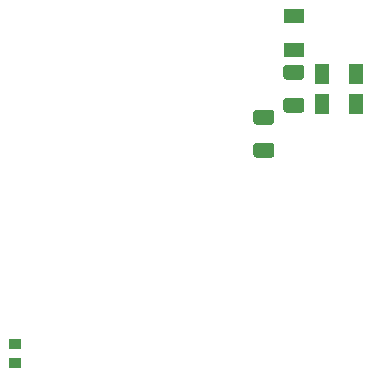
<source format=gbr>
G04 #@! TF.GenerationSoftware,KiCad,Pcbnew,(5.0.0)*
G04 #@! TF.CreationDate,2018-12-13T19:33:25+01:00*
G04 #@! TF.ProjectId,TrackModBusMaster_piggyback,547261636B4D6F644275734D61737465,rev?*
G04 #@! TF.SameCoordinates,Original*
G04 #@! TF.FileFunction,Paste,Bot*
G04 #@! TF.FilePolarity,Positive*
%FSLAX46Y46*%
G04 Gerber Fmt 4.6, Leading zero omitted, Abs format (unit mm)*
G04 Created by KiCad (PCBNEW (5.0.0)) date 12/13/18 19:33:25*
%MOMM*%
%LPD*%
G01*
G04 APERTURE LIST*
%ADD10R,1.220000X1.800000*%
%ADD11C,0.100000*%
%ADD12C,1.250000*%
%ADD13R,1.800000X1.220000*%
%ADD14R,1.000000X0.820000*%
G04 APERTURE END LIST*
D10*
G04 #@! TO.C,R9*
X140114000Y-82042000D03*
X137254000Y-82042000D03*
G04 #@! TD*
D11*
G04 #@! TO.C,R7*
G36*
X132983504Y-87898204D02*
X133007773Y-87901804D01*
X133031571Y-87907765D01*
X133054671Y-87916030D01*
X133076849Y-87926520D01*
X133097893Y-87939133D01*
X133117598Y-87953747D01*
X133135777Y-87970223D01*
X133152253Y-87988402D01*
X133166867Y-88008107D01*
X133179480Y-88029151D01*
X133189970Y-88051329D01*
X133198235Y-88074429D01*
X133204196Y-88098227D01*
X133207796Y-88122496D01*
X133209000Y-88147000D01*
X133209000Y-88897000D01*
X133207796Y-88921504D01*
X133204196Y-88945773D01*
X133198235Y-88969571D01*
X133189970Y-88992671D01*
X133179480Y-89014849D01*
X133166867Y-89035893D01*
X133152253Y-89055598D01*
X133135777Y-89073777D01*
X133117598Y-89090253D01*
X133097893Y-89104867D01*
X133076849Y-89117480D01*
X133054671Y-89127970D01*
X133031571Y-89136235D01*
X133007773Y-89142196D01*
X132983504Y-89145796D01*
X132959000Y-89147000D01*
X131709000Y-89147000D01*
X131684496Y-89145796D01*
X131660227Y-89142196D01*
X131636429Y-89136235D01*
X131613329Y-89127970D01*
X131591151Y-89117480D01*
X131570107Y-89104867D01*
X131550402Y-89090253D01*
X131532223Y-89073777D01*
X131515747Y-89055598D01*
X131501133Y-89035893D01*
X131488520Y-89014849D01*
X131478030Y-88992671D01*
X131469765Y-88969571D01*
X131463804Y-88945773D01*
X131460204Y-88921504D01*
X131459000Y-88897000D01*
X131459000Y-88147000D01*
X131460204Y-88122496D01*
X131463804Y-88098227D01*
X131469765Y-88074429D01*
X131478030Y-88051329D01*
X131488520Y-88029151D01*
X131501133Y-88008107D01*
X131515747Y-87988402D01*
X131532223Y-87970223D01*
X131550402Y-87953747D01*
X131570107Y-87939133D01*
X131591151Y-87926520D01*
X131613329Y-87916030D01*
X131636429Y-87907765D01*
X131660227Y-87901804D01*
X131684496Y-87898204D01*
X131709000Y-87897000D01*
X132959000Y-87897000D01*
X132983504Y-87898204D01*
X132983504Y-87898204D01*
G37*
D12*
X132334000Y-88522000D03*
D11*
G36*
X132983504Y-85098204D02*
X133007773Y-85101804D01*
X133031571Y-85107765D01*
X133054671Y-85116030D01*
X133076849Y-85126520D01*
X133097893Y-85139133D01*
X133117598Y-85153747D01*
X133135777Y-85170223D01*
X133152253Y-85188402D01*
X133166867Y-85208107D01*
X133179480Y-85229151D01*
X133189970Y-85251329D01*
X133198235Y-85274429D01*
X133204196Y-85298227D01*
X133207796Y-85322496D01*
X133209000Y-85347000D01*
X133209000Y-86097000D01*
X133207796Y-86121504D01*
X133204196Y-86145773D01*
X133198235Y-86169571D01*
X133189970Y-86192671D01*
X133179480Y-86214849D01*
X133166867Y-86235893D01*
X133152253Y-86255598D01*
X133135777Y-86273777D01*
X133117598Y-86290253D01*
X133097893Y-86304867D01*
X133076849Y-86317480D01*
X133054671Y-86327970D01*
X133031571Y-86336235D01*
X133007773Y-86342196D01*
X132983504Y-86345796D01*
X132959000Y-86347000D01*
X131709000Y-86347000D01*
X131684496Y-86345796D01*
X131660227Y-86342196D01*
X131636429Y-86336235D01*
X131613329Y-86327970D01*
X131591151Y-86317480D01*
X131570107Y-86304867D01*
X131550402Y-86290253D01*
X131532223Y-86273777D01*
X131515747Y-86255598D01*
X131501133Y-86235893D01*
X131488520Y-86214849D01*
X131478030Y-86192671D01*
X131469765Y-86169571D01*
X131463804Y-86145773D01*
X131460204Y-86121504D01*
X131459000Y-86097000D01*
X131459000Y-85347000D01*
X131460204Y-85322496D01*
X131463804Y-85298227D01*
X131469765Y-85274429D01*
X131478030Y-85251329D01*
X131488520Y-85229151D01*
X131501133Y-85208107D01*
X131515747Y-85188402D01*
X131532223Y-85170223D01*
X131550402Y-85153747D01*
X131570107Y-85139133D01*
X131591151Y-85126520D01*
X131613329Y-85116030D01*
X131636429Y-85107765D01*
X131660227Y-85101804D01*
X131684496Y-85098204D01*
X131709000Y-85097000D01*
X132959000Y-85097000D01*
X132983504Y-85098204D01*
X132983504Y-85098204D01*
G37*
D12*
X132334000Y-85722000D03*
G04 #@! TD*
D11*
G04 #@! TO.C,R8*
G36*
X135523504Y-81288204D02*
X135547773Y-81291804D01*
X135571571Y-81297765D01*
X135594671Y-81306030D01*
X135616849Y-81316520D01*
X135637893Y-81329133D01*
X135657598Y-81343747D01*
X135675777Y-81360223D01*
X135692253Y-81378402D01*
X135706867Y-81398107D01*
X135719480Y-81419151D01*
X135729970Y-81441329D01*
X135738235Y-81464429D01*
X135744196Y-81488227D01*
X135747796Y-81512496D01*
X135749000Y-81537000D01*
X135749000Y-82287000D01*
X135747796Y-82311504D01*
X135744196Y-82335773D01*
X135738235Y-82359571D01*
X135729970Y-82382671D01*
X135719480Y-82404849D01*
X135706867Y-82425893D01*
X135692253Y-82445598D01*
X135675777Y-82463777D01*
X135657598Y-82480253D01*
X135637893Y-82494867D01*
X135616849Y-82507480D01*
X135594671Y-82517970D01*
X135571571Y-82526235D01*
X135547773Y-82532196D01*
X135523504Y-82535796D01*
X135499000Y-82537000D01*
X134249000Y-82537000D01*
X134224496Y-82535796D01*
X134200227Y-82532196D01*
X134176429Y-82526235D01*
X134153329Y-82517970D01*
X134131151Y-82507480D01*
X134110107Y-82494867D01*
X134090402Y-82480253D01*
X134072223Y-82463777D01*
X134055747Y-82445598D01*
X134041133Y-82425893D01*
X134028520Y-82404849D01*
X134018030Y-82382671D01*
X134009765Y-82359571D01*
X134003804Y-82335773D01*
X134000204Y-82311504D01*
X133999000Y-82287000D01*
X133999000Y-81537000D01*
X134000204Y-81512496D01*
X134003804Y-81488227D01*
X134009765Y-81464429D01*
X134018030Y-81441329D01*
X134028520Y-81419151D01*
X134041133Y-81398107D01*
X134055747Y-81378402D01*
X134072223Y-81360223D01*
X134090402Y-81343747D01*
X134110107Y-81329133D01*
X134131151Y-81316520D01*
X134153329Y-81306030D01*
X134176429Y-81297765D01*
X134200227Y-81291804D01*
X134224496Y-81288204D01*
X134249000Y-81287000D01*
X135499000Y-81287000D01*
X135523504Y-81288204D01*
X135523504Y-81288204D01*
G37*
D12*
X134874000Y-81912000D03*
D11*
G36*
X135523504Y-84088204D02*
X135547773Y-84091804D01*
X135571571Y-84097765D01*
X135594671Y-84106030D01*
X135616849Y-84116520D01*
X135637893Y-84129133D01*
X135657598Y-84143747D01*
X135675777Y-84160223D01*
X135692253Y-84178402D01*
X135706867Y-84198107D01*
X135719480Y-84219151D01*
X135729970Y-84241329D01*
X135738235Y-84264429D01*
X135744196Y-84288227D01*
X135747796Y-84312496D01*
X135749000Y-84337000D01*
X135749000Y-85087000D01*
X135747796Y-85111504D01*
X135744196Y-85135773D01*
X135738235Y-85159571D01*
X135729970Y-85182671D01*
X135719480Y-85204849D01*
X135706867Y-85225893D01*
X135692253Y-85245598D01*
X135675777Y-85263777D01*
X135657598Y-85280253D01*
X135637893Y-85294867D01*
X135616849Y-85307480D01*
X135594671Y-85317970D01*
X135571571Y-85326235D01*
X135547773Y-85332196D01*
X135523504Y-85335796D01*
X135499000Y-85337000D01*
X134249000Y-85337000D01*
X134224496Y-85335796D01*
X134200227Y-85332196D01*
X134176429Y-85326235D01*
X134153329Y-85317970D01*
X134131151Y-85307480D01*
X134110107Y-85294867D01*
X134090402Y-85280253D01*
X134072223Y-85263777D01*
X134055747Y-85245598D01*
X134041133Y-85225893D01*
X134028520Y-85204849D01*
X134018030Y-85182671D01*
X134009765Y-85159571D01*
X134003804Y-85135773D01*
X134000204Y-85111504D01*
X133999000Y-85087000D01*
X133999000Y-84337000D01*
X134000204Y-84312496D01*
X134003804Y-84288227D01*
X134009765Y-84264429D01*
X134018030Y-84241329D01*
X134028520Y-84219151D01*
X134041133Y-84198107D01*
X134055747Y-84178402D01*
X134072223Y-84160223D01*
X134090402Y-84143747D01*
X134110107Y-84129133D01*
X134131151Y-84116520D01*
X134153329Y-84106030D01*
X134176429Y-84097765D01*
X134200227Y-84091804D01*
X134224496Y-84088204D01*
X134249000Y-84087000D01*
X135499000Y-84087000D01*
X135523504Y-84088204D01*
X135523504Y-84088204D01*
G37*
D12*
X134874000Y-84712000D03*
G04 #@! TD*
D13*
G04 #@! TO.C,C20*
X134874000Y-80043000D03*
X134874000Y-77183000D03*
G04 #@! TD*
D10*
G04 #@! TO.C,R27*
X140114000Y-84582000D03*
X137254000Y-84582000D03*
G04 #@! TD*
D14*
G04 #@! TO.C,R28*
X111252000Y-104953000D03*
X111252000Y-106553000D03*
G04 #@! TD*
M02*

</source>
